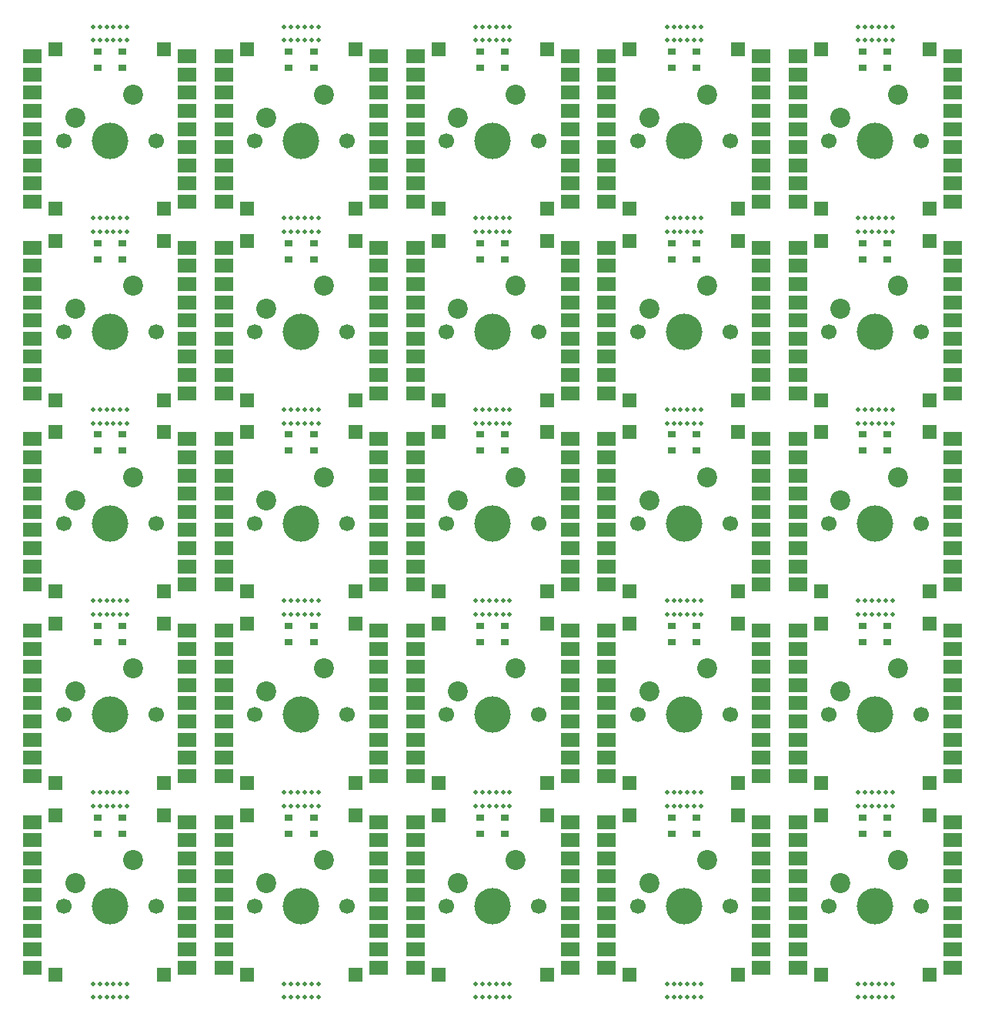
<source format=gts>
%TF.GenerationSoftware,KiCad,Pcbnew,(5.1.9)-1*%
%TF.CreationDate,2021-09-16T12:17:46+02:00*%
%TF.ProjectId,kb_panel,6b625f70-616e-4656-9c2e-6b696361645f,rev?*%
%TF.SameCoordinates,Original*%
%TF.FileFunction,Soldermask,Top*%
%TF.FilePolarity,Negative*%
%FSLAX46Y46*%
G04 Gerber Fmt 4.6, Leading zero omitted, Abs format (unit mm)*
G04 Created by KiCad (PCBNEW (5.1.9)-1) date 2021-09-16 12:17:46*
%MOMM*%
%LPD*%
G01*
G04 APERTURE LIST*
%ADD10R,1.500000X1.500000*%
%ADD11R,0.950000X0.800000*%
%ADD12R,2.000000X1.500000*%
%ADD13C,2.200000*%
%ADD14C,4.000000*%
%ADD15C,1.700000*%
%ADD16C,0.500000*%
G04 APERTURE END LIST*
D10*
%TO.C,J8*%
X133082547Y-125145052D03*
%TD*%
%TO.C,J8*%
X112032547Y-125145052D03*
%TD*%
%TO.C,J8*%
X90982547Y-125145052D03*
%TD*%
%TO.C,J8*%
X69932547Y-125145052D03*
%TD*%
%TO.C,J8*%
X48882547Y-125145052D03*
%TD*%
%TO.C,J8*%
X133082547Y-104095052D03*
%TD*%
%TO.C,J8*%
X112032547Y-104095052D03*
%TD*%
%TO.C,J8*%
X90982547Y-104095052D03*
%TD*%
%TO.C,J8*%
X69932547Y-104095052D03*
%TD*%
%TO.C,J8*%
X48882547Y-104095052D03*
%TD*%
%TO.C,J8*%
X133082547Y-83045052D03*
%TD*%
%TO.C,J8*%
X112032547Y-83045052D03*
%TD*%
%TO.C,J8*%
X90982547Y-83045052D03*
%TD*%
%TO.C,J8*%
X69932547Y-83045052D03*
%TD*%
%TO.C,J8*%
X48882547Y-83045052D03*
%TD*%
%TO.C,J8*%
X133082547Y-61995052D03*
%TD*%
%TO.C,J8*%
X112032547Y-61995052D03*
%TD*%
%TO.C,J8*%
X90982547Y-61995052D03*
%TD*%
%TO.C,J8*%
X69932547Y-61995052D03*
%TD*%
%TO.C,J8*%
X48882547Y-61995052D03*
%TD*%
%TO.C,J8*%
X133082547Y-40945052D03*
%TD*%
%TO.C,J8*%
X112032547Y-40945052D03*
%TD*%
%TO.C,J8*%
X90982547Y-40945052D03*
%TD*%
%TO.C,J8*%
X69932547Y-40945052D03*
%TD*%
D11*
%TO.C,LED1*%
X140416547Y-125398052D03*
X137686547Y-125398052D03*
X140416547Y-127178052D03*
X137686547Y-127178052D03*
%TD*%
%TO.C,LED1*%
X119366547Y-125398052D03*
X116636547Y-125398052D03*
X119366547Y-127178052D03*
X116636547Y-127178052D03*
%TD*%
%TO.C,LED1*%
X98316547Y-125398052D03*
X95586547Y-125398052D03*
X98316547Y-127178052D03*
X95586547Y-127178052D03*
%TD*%
%TO.C,LED1*%
X77266547Y-125398052D03*
X74536547Y-125398052D03*
X77266547Y-127178052D03*
X74536547Y-127178052D03*
%TD*%
%TO.C,LED1*%
X56216547Y-125398052D03*
X53486547Y-125398052D03*
X56216547Y-127178052D03*
X53486547Y-127178052D03*
%TD*%
%TO.C,LED1*%
X140416547Y-104348052D03*
X137686547Y-104348052D03*
X140416547Y-106128052D03*
X137686547Y-106128052D03*
%TD*%
%TO.C,LED1*%
X119366547Y-104348052D03*
X116636547Y-104348052D03*
X119366547Y-106128052D03*
X116636547Y-106128052D03*
%TD*%
%TO.C,LED1*%
X98316547Y-104348052D03*
X95586547Y-104348052D03*
X98316547Y-106128052D03*
X95586547Y-106128052D03*
%TD*%
%TO.C,LED1*%
X77266547Y-104348052D03*
X74536547Y-104348052D03*
X77266547Y-106128052D03*
X74536547Y-106128052D03*
%TD*%
%TO.C,LED1*%
X56216547Y-104348052D03*
X53486547Y-104348052D03*
X56216547Y-106128052D03*
X53486547Y-106128052D03*
%TD*%
%TO.C,LED1*%
X140416547Y-83298052D03*
X137686547Y-83298052D03*
X140416547Y-85078052D03*
X137686547Y-85078052D03*
%TD*%
%TO.C,LED1*%
X119366547Y-83298052D03*
X116636547Y-83298052D03*
X119366547Y-85078052D03*
X116636547Y-85078052D03*
%TD*%
%TO.C,LED1*%
X98316547Y-83298052D03*
X95586547Y-83298052D03*
X98316547Y-85078052D03*
X95586547Y-85078052D03*
%TD*%
%TO.C,LED1*%
X77266547Y-83298052D03*
X74536547Y-83298052D03*
X77266547Y-85078052D03*
X74536547Y-85078052D03*
%TD*%
%TO.C,LED1*%
X56216547Y-83298052D03*
X53486547Y-83298052D03*
X56216547Y-85078052D03*
X53486547Y-85078052D03*
%TD*%
%TO.C,LED1*%
X140416547Y-62248052D03*
X137686547Y-62248052D03*
X140416547Y-64028052D03*
X137686547Y-64028052D03*
%TD*%
%TO.C,LED1*%
X119366547Y-62248052D03*
X116636547Y-62248052D03*
X119366547Y-64028052D03*
X116636547Y-64028052D03*
%TD*%
%TO.C,LED1*%
X98316547Y-62248052D03*
X95586547Y-62248052D03*
X98316547Y-64028052D03*
X95586547Y-64028052D03*
%TD*%
%TO.C,LED1*%
X77266547Y-62248052D03*
X74536547Y-62248052D03*
X77266547Y-64028052D03*
X74536547Y-64028052D03*
%TD*%
%TO.C,LED1*%
X56216547Y-62248052D03*
X53486547Y-62248052D03*
X56216547Y-64028052D03*
X53486547Y-64028052D03*
%TD*%
%TO.C,LED1*%
X140416547Y-41198052D03*
X137686547Y-41198052D03*
X140416547Y-42978052D03*
X137686547Y-42978052D03*
%TD*%
%TO.C,LED1*%
X119366547Y-41198052D03*
X116636547Y-41198052D03*
X119366547Y-42978052D03*
X116636547Y-42978052D03*
%TD*%
%TO.C,LED1*%
X98316547Y-41198052D03*
X95586547Y-41198052D03*
X98316547Y-42978052D03*
X95586547Y-42978052D03*
%TD*%
%TO.C,LED1*%
X77266547Y-41198052D03*
X74536547Y-41198052D03*
X77266547Y-42978052D03*
X74536547Y-42978052D03*
%TD*%
D10*
%TO.C,J7*%
X133082547Y-142671052D03*
%TD*%
%TO.C,J7*%
X112032547Y-142671052D03*
%TD*%
%TO.C,J7*%
X90982547Y-142671052D03*
%TD*%
%TO.C,J7*%
X69932547Y-142671052D03*
%TD*%
%TO.C,J7*%
X48882547Y-142671052D03*
%TD*%
%TO.C,J7*%
X133082547Y-121621052D03*
%TD*%
%TO.C,J7*%
X112032547Y-121621052D03*
%TD*%
%TO.C,J7*%
X90982547Y-121621052D03*
%TD*%
%TO.C,J7*%
X69932547Y-121621052D03*
%TD*%
%TO.C,J7*%
X48882547Y-121621052D03*
%TD*%
%TO.C,J7*%
X133082547Y-100571052D03*
%TD*%
%TO.C,J7*%
X112032547Y-100571052D03*
%TD*%
%TO.C,J7*%
X90982547Y-100571052D03*
%TD*%
%TO.C,J7*%
X69932547Y-100571052D03*
%TD*%
%TO.C,J7*%
X48882547Y-100571052D03*
%TD*%
%TO.C,J7*%
X133082547Y-79521052D03*
%TD*%
%TO.C,J7*%
X112032547Y-79521052D03*
%TD*%
%TO.C,J7*%
X90982547Y-79521052D03*
%TD*%
%TO.C,J7*%
X69932547Y-79521052D03*
%TD*%
%TO.C,J7*%
X48882547Y-79521052D03*
%TD*%
%TO.C,J7*%
X133082547Y-58471052D03*
%TD*%
%TO.C,J7*%
X112032547Y-58471052D03*
%TD*%
%TO.C,J7*%
X90982547Y-58471052D03*
%TD*%
%TO.C,J7*%
X69932547Y-58471052D03*
%TD*%
D12*
%TO.C,J4*%
X147560547Y-141908052D03*
X147560547Y-139908052D03*
X147560547Y-137908052D03*
X147560547Y-125908052D03*
X147560547Y-135908052D03*
X147560547Y-127908052D03*
X147560547Y-129908052D03*
X147560547Y-131908052D03*
X147560547Y-133908052D03*
%TD*%
%TO.C,J4*%
X126510547Y-141908052D03*
X126510547Y-139908052D03*
X126510547Y-137908052D03*
X126510547Y-125908052D03*
X126510547Y-135908052D03*
X126510547Y-127908052D03*
X126510547Y-129908052D03*
X126510547Y-131908052D03*
X126510547Y-133908052D03*
%TD*%
%TO.C,J4*%
X105460547Y-141908052D03*
X105460547Y-139908052D03*
X105460547Y-137908052D03*
X105460547Y-125908052D03*
X105460547Y-135908052D03*
X105460547Y-127908052D03*
X105460547Y-129908052D03*
X105460547Y-131908052D03*
X105460547Y-133908052D03*
%TD*%
%TO.C,J4*%
X84410547Y-141908052D03*
X84410547Y-139908052D03*
X84410547Y-137908052D03*
X84410547Y-125908052D03*
X84410547Y-135908052D03*
X84410547Y-127908052D03*
X84410547Y-129908052D03*
X84410547Y-131908052D03*
X84410547Y-133908052D03*
%TD*%
%TO.C,J4*%
X63360547Y-141908052D03*
X63360547Y-139908052D03*
X63360547Y-137908052D03*
X63360547Y-125908052D03*
X63360547Y-135908052D03*
X63360547Y-127908052D03*
X63360547Y-129908052D03*
X63360547Y-131908052D03*
X63360547Y-133908052D03*
%TD*%
%TO.C,J4*%
X147560547Y-120858052D03*
X147560547Y-118858052D03*
X147560547Y-116858052D03*
X147560547Y-104858052D03*
X147560547Y-114858052D03*
X147560547Y-106858052D03*
X147560547Y-108858052D03*
X147560547Y-110858052D03*
X147560547Y-112858052D03*
%TD*%
%TO.C,J4*%
X126510547Y-120858052D03*
X126510547Y-118858052D03*
X126510547Y-116858052D03*
X126510547Y-104858052D03*
X126510547Y-114858052D03*
X126510547Y-106858052D03*
X126510547Y-108858052D03*
X126510547Y-110858052D03*
X126510547Y-112858052D03*
%TD*%
%TO.C,J4*%
X105460547Y-120858052D03*
X105460547Y-118858052D03*
X105460547Y-116858052D03*
X105460547Y-104858052D03*
X105460547Y-114858052D03*
X105460547Y-106858052D03*
X105460547Y-108858052D03*
X105460547Y-110858052D03*
X105460547Y-112858052D03*
%TD*%
%TO.C,J4*%
X84410547Y-120858052D03*
X84410547Y-118858052D03*
X84410547Y-116858052D03*
X84410547Y-104858052D03*
X84410547Y-114858052D03*
X84410547Y-106858052D03*
X84410547Y-108858052D03*
X84410547Y-110858052D03*
X84410547Y-112858052D03*
%TD*%
%TO.C,J4*%
X63360547Y-120858052D03*
X63360547Y-118858052D03*
X63360547Y-116858052D03*
X63360547Y-104858052D03*
X63360547Y-114858052D03*
X63360547Y-106858052D03*
X63360547Y-108858052D03*
X63360547Y-110858052D03*
X63360547Y-112858052D03*
%TD*%
%TO.C,J4*%
X147560547Y-99808052D03*
X147560547Y-97808052D03*
X147560547Y-95808052D03*
X147560547Y-83808052D03*
X147560547Y-93808052D03*
X147560547Y-85808052D03*
X147560547Y-87808052D03*
X147560547Y-89808052D03*
X147560547Y-91808052D03*
%TD*%
%TO.C,J4*%
X126510547Y-99808052D03*
X126510547Y-97808052D03*
X126510547Y-95808052D03*
X126510547Y-83808052D03*
X126510547Y-93808052D03*
X126510547Y-85808052D03*
X126510547Y-87808052D03*
X126510547Y-89808052D03*
X126510547Y-91808052D03*
%TD*%
%TO.C,J4*%
X105460547Y-99808052D03*
X105460547Y-97808052D03*
X105460547Y-95808052D03*
X105460547Y-83808052D03*
X105460547Y-93808052D03*
X105460547Y-85808052D03*
X105460547Y-87808052D03*
X105460547Y-89808052D03*
X105460547Y-91808052D03*
%TD*%
%TO.C,J4*%
X84410547Y-99808052D03*
X84410547Y-97808052D03*
X84410547Y-95808052D03*
X84410547Y-83808052D03*
X84410547Y-93808052D03*
X84410547Y-85808052D03*
X84410547Y-87808052D03*
X84410547Y-89808052D03*
X84410547Y-91808052D03*
%TD*%
%TO.C,J4*%
X63360547Y-99808052D03*
X63360547Y-97808052D03*
X63360547Y-95808052D03*
X63360547Y-83808052D03*
X63360547Y-93808052D03*
X63360547Y-85808052D03*
X63360547Y-87808052D03*
X63360547Y-89808052D03*
X63360547Y-91808052D03*
%TD*%
%TO.C,J4*%
X147560547Y-78758052D03*
X147560547Y-76758052D03*
X147560547Y-74758052D03*
X147560547Y-62758052D03*
X147560547Y-72758052D03*
X147560547Y-64758052D03*
X147560547Y-66758052D03*
X147560547Y-68758052D03*
X147560547Y-70758052D03*
%TD*%
%TO.C,J4*%
X126510547Y-78758052D03*
X126510547Y-76758052D03*
X126510547Y-74758052D03*
X126510547Y-62758052D03*
X126510547Y-72758052D03*
X126510547Y-64758052D03*
X126510547Y-66758052D03*
X126510547Y-68758052D03*
X126510547Y-70758052D03*
%TD*%
%TO.C,J4*%
X105460547Y-78758052D03*
X105460547Y-76758052D03*
X105460547Y-74758052D03*
X105460547Y-62758052D03*
X105460547Y-72758052D03*
X105460547Y-64758052D03*
X105460547Y-66758052D03*
X105460547Y-68758052D03*
X105460547Y-70758052D03*
%TD*%
%TO.C,J4*%
X84410547Y-78758052D03*
X84410547Y-76758052D03*
X84410547Y-74758052D03*
X84410547Y-62758052D03*
X84410547Y-72758052D03*
X84410547Y-64758052D03*
X84410547Y-66758052D03*
X84410547Y-68758052D03*
X84410547Y-70758052D03*
%TD*%
%TO.C,J4*%
X63360547Y-78758052D03*
X63360547Y-76758052D03*
X63360547Y-74758052D03*
X63360547Y-62758052D03*
X63360547Y-72758052D03*
X63360547Y-64758052D03*
X63360547Y-66758052D03*
X63360547Y-68758052D03*
X63360547Y-70758052D03*
%TD*%
%TO.C,J4*%
X147560547Y-57708052D03*
X147560547Y-55708052D03*
X147560547Y-53708052D03*
X147560547Y-41708052D03*
X147560547Y-51708052D03*
X147560547Y-43708052D03*
X147560547Y-45708052D03*
X147560547Y-47708052D03*
X147560547Y-49708052D03*
%TD*%
%TO.C,J4*%
X126510547Y-57708052D03*
X126510547Y-55708052D03*
X126510547Y-53708052D03*
X126510547Y-41708052D03*
X126510547Y-51708052D03*
X126510547Y-43708052D03*
X126510547Y-45708052D03*
X126510547Y-47708052D03*
X126510547Y-49708052D03*
%TD*%
%TO.C,J4*%
X105460547Y-57708052D03*
X105460547Y-55708052D03*
X105460547Y-53708052D03*
X105460547Y-41708052D03*
X105460547Y-51708052D03*
X105460547Y-43708052D03*
X105460547Y-45708052D03*
X105460547Y-47708052D03*
X105460547Y-49708052D03*
%TD*%
%TO.C,J4*%
X84410547Y-57708052D03*
X84410547Y-55708052D03*
X84410547Y-53708052D03*
X84410547Y-41708052D03*
X84410547Y-51708052D03*
X84410547Y-43708052D03*
X84410547Y-45708052D03*
X84410547Y-47708052D03*
X84410547Y-49708052D03*
%TD*%
D13*
%TO.C,SW1*%
X141591547Y-130098052D03*
X135241547Y-132638052D03*
D14*
X139051547Y-135178052D03*
D15*
X133971547Y-135178052D03*
X144131547Y-135178052D03*
%TD*%
D13*
%TO.C,SW1*%
X120541547Y-130098052D03*
X114191547Y-132638052D03*
D14*
X118001547Y-135178052D03*
D15*
X112921547Y-135178052D03*
X123081547Y-135178052D03*
%TD*%
D13*
%TO.C,SW1*%
X99491547Y-130098052D03*
X93141547Y-132638052D03*
D14*
X96951547Y-135178052D03*
D15*
X91871547Y-135178052D03*
X102031547Y-135178052D03*
%TD*%
D13*
%TO.C,SW1*%
X78441547Y-130098052D03*
X72091547Y-132638052D03*
D14*
X75901547Y-135178052D03*
D15*
X70821547Y-135178052D03*
X80981547Y-135178052D03*
%TD*%
D13*
%TO.C,SW1*%
X57391547Y-130098052D03*
X51041547Y-132638052D03*
D14*
X54851547Y-135178052D03*
D15*
X49771547Y-135178052D03*
X59931547Y-135178052D03*
%TD*%
D13*
%TO.C,SW1*%
X141591547Y-109048052D03*
X135241547Y-111588052D03*
D14*
X139051547Y-114128052D03*
D15*
X133971547Y-114128052D03*
X144131547Y-114128052D03*
%TD*%
D13*
%TO.C,SW1*%
X120541547Y-109048052D03*
X114191547Y-111588052D03*
D14*
X118001547Y-114128052D03*
D15*
X112921547Y-114128052D03*
X123081547Y-114128052D03*
%TD*%
D13*
%TO.C,SW1*%
X99491547Y-109048052D03*
X93141547Y-111588052D03*
D14*
X96951547Y-114128052D03*
D15*
X91871547Y-114128052D03*
X102031547Y-114128052D03*
%TD*%
D13*
%TO.C,SW1*%
X78441547Y-109048052D03*
X72091547Y-111588052D03*
D14*
X75901547Y-114128052D03*
D15*
X70821547Y-114128052D03*
X80981547Y-114128052D03*
%TD*%
D13*
%TO.C,SW1*%
X57391547Y-109048052D03*
X51041547Y-111588052D03*
D14*
X54851547Y-114128052D03*
D15*
X49771547Y-114128052D03*
X59931547Y-114128052D03*
%TD*%
D13*
%TO.C,SW1*%
X141591547Y-87998052D03*
X135241547Y-90538052D03*
D14*
X139051547Y-93078052D03*
D15*
X133971547Y-93078052D03*
X144131547Y-93078052D03*
%TD*%
D13*
%TO.C,SW1*%
X120541547Y-87998052D03*
X114191547Y-90538052D03*
D14*
X118001547Y-93078052D03*
D15*
X112921547Y-93078052D03*
X123081547Y-93078052D03*
%TD*%
D13*
%TO.C,SW1*%
X99491547Y-87998052D03*
X93141547Y-90538052D03*
D14*
X96951547Y-93078052D03*
D15*
X91871547Y-93078052D03*
X102031547Y-93078052D03*
%TD*%
D13*
%TO.C,SW1*%
X78441547Y-87998052D03*
X72091547Y-90538052D03*
D14*
X75901547Y-93078052D03*
D15*
X70821547Y-93078052D03*
X80981547Y-93078052D03*
%TD*%
D13*
%TO.C,SW1*%
X57391547Y-87998052D03*
X51041547Y-90538052D03*
D14*
X54851547Y-93078052D03*
D15*
X49771547Y-93078052D03*
X59931547Y-93078052D03*
%TD*%
D13*
%TO.C,SW1*%
X141591547Y-66948052D03*
X135241547Y-69488052D03*
D14*
X139051547Y-72028052D03*
D15*
X133971547Y-72028052D03*
X144131547Y-72028052D03*
%TD*%
D13*
%TO.C,SW1*%
X120541547Y-66948052D03*
X114191547Y-69488052D03*
D14*
X118001547Y-72028052D03*
D15*
X112921547Y-72028052D03*
X123081547Y-72028052D03*
%TD*%
D13*
%TO.C,SW1*%
X99491547Y-66948052D03*
X93141547Y-69488052D03*
D14*
X96951547Y-72028052D03*
D15*
X91871547Y-72028052D03*
X102031547Y-72028052D03*
%TD*%
D13*
%TO.C,SW1*%
X78441547Y-66948052D03*
X72091547Y-69488052D03*
D14*
X75901547Y-72028052D03*
D15*
X70821547Y-72028052D03*
X80981547Y-72028052D03*
%TD*%
D13*
%TO.C,SW1*%
X57391547Y-66948052D03*
X51041547Y-69488052D03*
D14*
X54851547Y-72028052D03*
D15*
X49771547Y-72028052D03*
X59931547Y-72028052D03*
%TD*%
D13*
%TO.C,SW1*%
X141591547Y-45898052D03*
X135241547Y-48438052D03*
D14*
X139051547Y-50978052D03*
D15*
X133971547Y-50978052D03*
X144131547Y-50978052D03*
%TD*%
D13*
%TO.C,SW1*%
X120541547Y-45898052D03*
X114191547Y-48438052D03*
D14*
X118001547Y-50978052D03*
D15*
X112921547Y-50978052D03*
X123081547Y-50978052D03*
%TD*%
D13*
%TO.C,SW1*%
X99491547Y-45898052D03*
X93141547Y-48438052D03*
D14*
X96951547Y-50978052D03*
D15*
X91871547Y-50978052D03*
X102031547Y-50978052D03*
%TD*%
D13*
%TO.C,SW1*%
X78441547Y-45898052D03*
X72091547Y-48438052D03*
D14*
X75901547Y-50978052D03*
D15*
X70821547Y-50978052D03*
X80981547Y-50978052D03*
%TD*%
D10*
%TO.C,J2*%
X145020547Y-125145052D03*
%TD*%
%TO.C,J2*%
X123970547Y-125145052D03*
%TD*%
%TO.C,J2*%
X102920547Y-125145052D03*
%TD*%
%TO.C,J2*%
X81870547Y-125145052D03*
%TD*%
%TO.C,J2*%
X60820547Y-125145052D03*
%TD*%
%TO.C,J2*%
X145020547Y-104095052D03*
%TD*%
%TO.C,J2*%
X123970547Y-104095052D03*
%TD*%
%TO.C,J2*%
X102920547Y-104095052D03*
%TD*%
%TO.C,J2*%
X81870547Y-104095052D03*
%TD*%
%TO.C,J2*%
X60820547Y-104095052D03*
%TD*%
%TO.C,J2*%
X145020547Y-83045052D03*
%TD*%
%TO.C,J2*%
X123970547Y-83045052D03*
%TD*%
%TO.C,J2*%
X102920547Y-83045052D03*
%TD*%
%TO.C,J2*%
X81870547Y-83045052D03*
%TD*%
%TO.C,J2*%
X60820547Y-83045052D03*
%TD*%
%TO.C,J2*%
X145020547Y-61995052D03*
%TD*%
%TO.C,J2*%
X123970547Y-61995052D03*
%TD*%
%TO.C,J2*%
X102920547Y-61995052D03*
%TD*%
%TO.C,J2*%
X81870547Y-61995052D03*
%TD*%
%TO.C,J2*%
X60820547Y-61995052D03*
%TD*%
%TO.C,J2*%
X145020547Y-40945052D03*
%TD*%
%TO.C,J2*%
X123970547Y-40945052D03*
%TD*%
%TO.C,J2*%
X102920547Y-40945052D03*
%TD*%
%TO.C,J2*%
X81870547Y-40945052D03*
%TD*%
%TO.C,J9*%
X145020547Y-142671052D03*
%TD*%
%TO.C,J9*%
X123970547Y-142671052D03*
%TD*%
%TO.C,J9*%
X102920547Y-142671052D03*
%TD*%
%TO.C,J9*%
X81870547Y-142671052D03*
%TD*%
%TO.C,J9*%
X60820547Y-142671052D03*
%TD*%
%TO.C,J9*%
X145020547Y-121621052D03*
%TD*%
%TO.C,J9*%
X123970547Y-121621052D03*
%TD*%
%TO.C,J9*%
X102920547Y-121621052D03*
%TD*%
%TO.C,J9*%
X81870547Y-121621052D03*
%TD*%
%TO.C,J9*%
X60820547Y-121621052D03*
%TD*%
%TO.C,J9*%
X145020547Y-100571052D03*
%TD*%
%TO.C,J9*%
X123970547Y-100571052D03*
%TD*%
%TO.C,J9*%
X102920547Y-100571052D03*
%TD*%
%TO.C,J9*%
X81870547Y-100571052D03*
%TD*%
%TO.C,J9*%
X60820547Y-100571052D03*
%TD*%
%TO.C,J9*%
X145020547Y-79521052D03*
%TD*%
%TO.C,J9*%
X123970547Y-79521052D03*
%TD*%
%TO.C,J9*%
X102920547Y-79521052D03*
%TD*%
%TO.C,J9*%
X81870547Y-79521052D03*
%TD*%
%TO.C,J9*%
X60820547Y-79521052D03*
%TD*%
%TO.C,J9*%
X145020547Y-58471052D03*
%TD*%
%TO.C,J9*%
X123970547Y-58471052D03*
%TD*%
%TO.C,J9*%
X102920547Y-58471052D03*
%TD*%
%TO.C,J9*%
X81870547Y-58471052D03*
%TD*%
D12*
%TO.C,J3*%
X130542547Y-141908052D03*
X130542547Y-139908052D03*
X130542547Y-137908052D03*
X130542547Y-125908052D03*
X130542547Y-135908052D03*
X130542547Y-127908052D03*
X130542547Y-129908052D03*
X130542547Y-131908052D03*
X130542547Y-133908052D03*
%TD*%
%TO.C,J3*%
X109492547Y-141908052D03*
X109492547Y-139908052D03*
X109492547Y-137908052D03*
X109492547Y-125908052D03*
X109492547Y-135908052D03*
X109492547Y-127908052D03*
X109492547Y-129908052D03*
X109492547Y-131908052D03*
X109492547Y-133908052D03*
%TD*%
%TO.C,J3*%
X88442547Y-141908052D03*
X88442547Y-139908052D03*
X88442547Y-137908052D03*
X88442547Y-125908052D03*
X88442547Y-135908052D03*
X88442547Y-127908052D03*
X88442547Y-129908052D03*
X88442547Y-131908052D03*
X88442547Y-133908052D03*
%TD*%
%TO.C,J3*%
X67392547Y-141908052D03*
X67392547Y-139908052D03*
X67392547Y-137908052D03*
X67392547Y-125908052D03*
X67392547Y-135908052D03*
X67392547Y-127908052D03*
X67392547Y-129908052D03*
X67392547Y-131908052D03*
X67392547Y-133908052D03*
%TD*%
%TO.C,J3*%
X46342547Y-141908052D03*
X46342547Y-139908052D03*
X46342547Y-137908052D03*
X46342547Y-125908052D03*
X46342547Y-135908052D03*
X46342547Y-127908052D03*
X46342547Y-129908052D03*
X46342547Y-131908052D03*
X46342547Y-133908052D03*
%TD*%
%TO.C,J3*%
X130542547Y-120858052D03*
X130542547Y-118858052D03*
X130542547Y-116858052D03*
X130542547Y-104858052D03*
X130542547Y-114858052D03*
X130542547Y-106858052D03*
X130542547Y-108858052D03*
X130542547Y-110858052D03*
X130542547Y-112858052D03*
%TD*%
%TO.C,J3*%
X109492547Y-120858052D03*
X109492547Y-118858052D03*
X109492547Y-116858052D03*
X109492547Y-104858052D03*
X109492547Y-114858052D03*
X109492547Y-106858052D03*
X109492547Y-108858052D03*
X109492547Y-110858052D03*
X109492547Y-112858052D03*
%TD*%
%TO.C,J3*%
X88442547Y-120858052D03*
X88442547Y-118858052D03*
X88442547Y-116858052D03*
X88442547Y-104858052D03*
X88442547Y-114858052D03*
X88442547Y-106858052D03*
X88442547Y-108858052D03*
X88442547Y-110858052D03*
X88442547Y-112858052D03*
%TD*%
%TO.C,J3*%
X67392547Y-120858052D03*
X67392547Y-118858052D03*
X67392547Y-116858052D03*
X67392547Y-104858052D03*
X67392547Y-114858052D03*
X67392547Y-106858052D03*
X67392547Y-108858052D03*
X67392547Y-110858052D03*
X67392547Y-112858052D03*
%TD*%
%TO.C,J3*%
X46342547Y-120858052D03*
X46342547Y-118858052D03*
X46342547Y-116858052D03*
X46342547Y-104858052D03*
X46342547Y-114858052D03*
X46342547Y-106858052D03*
X46342547Y-108858052D03*
X46342547Y-110858052D03*
X46342547Y-112858052D03*
%TD*%
%TO.C,J3*%
X130542547Y-99808052D03*
X130542547Y-97808052D03*
X130542547Y-95808052D03*
X130542547Y-83808052D03*
X130542547Y-93808052D03*
X130542547Y-85808052D03*
X130542547Y-87808052D03*
X130542547Y-89808052D03*
X130542547Y-91808052D03*
%TD*%
%TO.C,J3*%
X109492547Y-99808052D03*
X109492547Y-97808052D03*
X109492547Y-95808052D03*
X109492547Y-83808052D03*
X109492547Y-93808052D03*
X109492547Y-85808052D03*
X109492547Y-87808052D03*
X109492547Y-89808052D03*
X109492547Y-91808052D03*
%TD*%
%TO.C,J3*%
X88442547Y-99808052D03*
X88442547Y-97808052D03*
X88442547Y-95808052D03*
X88442547Y-83808052D03*
X88442547Y-93808052D03*
X88442547Y-85808052D03*
X88442547Y-87808052D03*
X88442547Y-89808052D03*
X88442547Y-91808052D03*
%TD*%
%TO.C,J3*%
X67392547Y-99808052D03*
X67392547Y-97808052D03*
X67392547Y-95808052D03*
X67392547Y-83808052D03*
X67392547Y-93808052D03*
X67392547Y-85808052D03*
X67392547Y-87808052D03*
X67392547Y-89808052D03*
X67392547Y-91808052D03*
%TD*%
%TO.C,J3*%
X46342547Y-99808052D03*
X46342547Y-97808052D03*
X46342547Y-95808052D03*
X46342547Y-83808052D03*
X46342547Y-93808052D03*
X46342547Y-85808052D03*
X46342547Y-87808052D03*
X46342547Y-89808052D03*
X46342547Y-91808052D03*
%TD*%
%TO.C,J3*%
X130542547Y-78758052D03*
X130542547Y-76758052D03*
X130542547Y-74758052D03*
X130542547Y-62758052D03*
X130542547Y-72758052D03*
X130542547Y-64758052D03*
X130542547Y-66758052D03*
X130542547Y-68758052D03*
X130542547Y-70758052D03*
%TD*%
%TO.C,J3*%
X109492547Y-78758052D03*
X109492547Y-76758052D03*
X109492547Y-74758052D03*
X109492547Y-62758052D03*
X109492547Y-72758052D03*
X109492547Y-64758052D03*
X109492547Y-66758052D03*
X109492547Y-68758052D03*
X109492547Y-70758052D03*
%TD*%
%TO.C,J3*%
X88442547Y-78758052D03*
X88442547Y-76758052D03*
X88442547Y-74758052D03*
X88442547Y-62758052D03*
X88442547Y-72758052D03*
X88442547Y-64758052D03*
X88442547Y-66758052D03*
X88442547Y-68758052D03*
X88442547Y-70758052D03*
%TD*%
%TO.C,J3*%
X67392547Y-78758052D03*
X67392547Y-76758052D03*
X67392547Y-74758052D03*
X67392547Y-62758052D03*
X67392547Y-72758052D03*
X67392547Y-64758052D03*
X67392547Y-66758052D03*
X67392547Y-68758052D03*
X67392547Y-70758052D03*
%TD*%
%TO.C,J3*%
X46342547Y-78758052D03*
X46342547Y-76758052D03*
X46342547Y-74758052D03*
X46342547Y-62758052D03*
X46342547Y-72758052D03*
X46342547Y-64758052D03*
X46342547Y-66758052D03*
X46342547Y-68758052D03*
X46342547Y-70758052D03*
%TD*%
%TO.C,J3*%
X130542547Y-57708052D03*
X130542547Y-55708052D03*
X130542547Y-53708052D03*
X130542547Y-41708052D03*
X130542547Y-51708052D03*
X130542547Y-43708052D03*
X130542547Y-45708052D03*
X130542547Y-47708052D03*
X130542547Y-49708052D03*
%TD*%
%TO.C,J3*%
X109492547Y-57708052D03*
X109492547Y-55708052D03*
X109492547Y-53708052D03*
X109492547Y-41708052D03*
X109492547Y-51708052D03*
X109492547Y-43708052D03*
X109492547Y-45708052D03*
X109492547Y-47708052D03*
X109492547Y-49708052D03*
%TD*%
%TO.C,J3*%
X88442547Y-57708052D03*
X88442547Y-55708052D03*
X88442547Y-53708052D03*
X88442547Y-41708052D03*
X88442547Y-51708052D03*
X88442547Y-43708052D03*
X88442547Y-45708052D03*
X88442547Y-47708052D03*
X88442547Y-49708052D03*
%TD*%
%TO.C,J3*%
X67392547Y-57708052D03*
X67392547Y-55708052D03*
X67392547Y-53708052D03*
X67392547Y-41708052D03*
X67392547Y-51708052D03*
X67392547Y-43708052D03*
X67392547Y-45708052D03*
X67392547Y-47708052D03*
X67392547Y-49708052D03*
%TD*%
%TO.C,J4*%
X63360547Y-49708052D03*
X63360547Y-47708052D03*
X63360547Y-45708052D03*
X63360547Y-43708052D03*
X63360547Y-51708052D03*
X63360547Y-41708052D03*
X63360547Y-53708052D03*
X63360547Y-55708052D03*
X63360547Y-57708052D03*
%TD*%
D10*
%TO.C,J8*%
X48882547Y-40945052D03*
%TD*%
%TO.C,J2*%
X60820547Y-40945052D03*
%TD*%
%TO.C,J7*%
X48882547Y-58471052D03*
%TD*%
D12*
%TO.C,J3*%
X46342547Y-49708052D03*
X46342547Y-47708052D03*
X46342547Y-45708052D03*
X46342547Y-43708052D03*
X46342547Y-51708052D03*
X46342547Y-41708052D03*
X46342547Y-53708052D03*
X46342547Y-55708052D03*
X46342547Y-57708052D03*
%TD*%
D15*
%TO.C,SW1*%
X59931547Y-50978052D03*
X49771547Y-50978052D03*
D14*
X54851547Y-50978052D03*
D13*
X51041547Y-48438052D03*
X57391547Y-45898052D03*
%TD*%
D11*
%TO.C,LED1*%
X53486547Y-42978052D03*
X56216547Y-42978052D03*
X53486547Y-41198052D03*
X56216547Y-41198052D03*
%TD*%
D10*
%TO.C,J9*%
X60820547Y-58471052D03*
%TD*%
D16*
%TO.C,mouse-bite-2mm-slot*%
X139444300Y-143692200D03*
X140944300Y-145192200D03*
X139444300Y-145192200D03*
X140194300Y-145192200D03*
X140194300Y-143692200D03*
X140944300Y-143692200D03*
X138689800Y-145192200D03*
X137189800Y-145192200D03*
X137189800Y-143692200D03*
X138689800Y-143692200D03*
X137939800Y-145192200D03*
X137939800Y-143692200D03*
%TD*%
%TO.C,mouse-bite-2mm-slot*%
X118394300Y-143692200D03*
X119894300Y-145192200D03*
X118394300Y-145192200D03*
X119144300Y-145192200D03*
X119144300Y-143692200D03*
X119894300Y-143692200D03*
X117639800Y-145192200D03*
X116139800Y-145192200D03*
X116139800Y-143692200D03*
X117639800Y-143692200D03*
X116889800Y-145192200D03*
X116889800Y-143692200D03*
%TD*%
%TO.C,mouse-bite-2mm-slot*%
X97344300Y-143692200D03*
X98844300Y-145192200D03*
X97344300Y-145192200D03*
X98094300Y-145192200D03*
X98094300Y-143692200D03*
X98844300Y-143692200D03*
X96589800Y-145192200D03*
X95089800Y-145192200D03*
X95089800Y-143692200D03*
X96589800Y-143692200D03*
X95839800Y-145192200D03*
X95839800Y-143692200D03*
%TD*%
%TO.C,mouse-bite-2mm-slot*%
X76294300Y-143692200D03*
X77794300Y-145192200D03*
X76294300Y-145192200D03*
X77044300Y-145192200D03*
X77044300Y-143692200D03*
X77794300Y-143692200D03*
X75539800Y-145192200D03*
X74039800Y-145192200D03*
X74039800Y-143692200D03*
X75539800Y-143692200D03*
X74789800Y-145192200D03*
X74789800Y-143692200D03*
%TD*%
%TO.C,mouse-bite-2mm-slot*%
X55244300Y-143692200D03*
X56744300Y-145192200D03*
X55244300Y-145192200D03*
X55994300Y-145192200D03*
X55994300Y-143692200D03*
X56744300Y-143692200D03*
X54489800Y-145192200D03*
X52989800Y-145192200D03*
X52989800Y-143692200D03*
X54489800Y-143692200D03*
X53739800Y-145192200D03*
X53739800Y-143692200D03*
%TD*%
%TO.C,mouse-bite-2mm-slot*%
X139444300Y-122642200D03*
X140944300Y-124142200D03*
X139444300Y-124142200D03*
X140194300Y-124142200D03*
X140194300Y-122642200D03*
X140944300Y-122642200D03*
X138689800Y-124142200D03*
X137189800Y-124142200D03*
X137189800Y-122642200D03*
X138689800Y-122642200D03*
X137939800Y-124142200D03*
X137939800Y-122642200D03*
%TD*%
%TO.C,mouse-bite-2mm-slot*%
X118394300Y-122642200D03*
X119894300Y-124142200D03*
X118394300Y-124142200D03*
X119144300Y-124142200D03*
X119144300Y-122642200D03*
X119894300Y-122642200D03*
X117639800Y-124142200D03*
X116139800Y-124142200D03*
X116139800Y-122642200D03*
X117639800Y-122642200D03*
X116889800Y-124142200D03*
X116889800Y-122642200D03*
%TD*%
%TO.C,mouse-bite-2mm-slot*%
X97344300Y-122642200D03*
X98844300Y-124142200D03*
X97344300Y-124142200D03*
X98094300Y-124142200D03*
X98094300Y-122642200D03*
X98844300Y-122642200D03*
X96589800Y-124142200D03*
X95089800Y-124142200D03*
X95089800Y-122642200D03*
X96589800Y-122642200D03*
X95839800Y-124142200D03*
X95839800Y-122642200D03*
%TD*%
%TO.C,mouse-bite-2mm-slot*%
X76294300Y-122642200D03*
X77794300Y-124142200D03*
X76294300Y-124142200D03*
X77044300Y-124142200D03*
X77044300Y-122642200D03*
X77794300Y-122642200D03*
X75539800Y-124142200D03*
X74039800Y-124142200D03*
X74039800Y-122642200D03*
X75539800Y-122642200D03*
X74789800Y-124142200D03*
X74789800Y-122642200D03*
%TD*%
%TO.C,mouse-bite-2mm-slot*%
X55244300Y-122642200D03*
X56744300Y-124142200D03*
X55244300Y-124142200D03*
X55994300Y-124142200D03*
X55994300Y-122642200D03*
X56744300Y-122642200D03*
X54489800Y-124142200D03*
X52989800Y-124142200D03*
X52989800Y-122642200D03*
X54489800Y-122642200D03*
X53739800Y-124142200D03*
X53739800Y-122642200D03*
%TD*%
%TO.C,mouse-bite-2mm-slot*%
X139444300Y-101592200D03*
X140944300Y-103092200D03*
X139444300Y-103092200D03*
X140194300Y-103092200D03*
X140194300Y-101592200D03*
X140944300Y-101592200D03*
X138689800Y-103092200D03*
X137189800Y-103092200D03*
X137189800Y-101592200D03*
X138689800Y-101592200D03*
X137939800Y-103092200D03*
X137939800Y-101592200D03*
%TD*%
%TO.C,mouse-bite-2mm-slot*%
X118394300Y-101592200D03*
X119894300Y-103092200D03*
X118394300Y-103092200D03*
X119144300Y-103092200D03*
X119144300Y-101592200D03*
X119894300Y-101592200D03*
X117639800Y-103092200D03*
X116139800Y-103092200D03*
X116139800Y-101592200D03*
X117639800Y-101592200D03*
X116889800Y-103092200D03*
X116889800Y-101592200D03*
%TD*%
%TO.C,mouse-bite-2mm-slot*%
X97344300Y-101592200D03*
X98844300Y-103092200D03*
X97344300Y-103092200D03*
X98094300Y-103092200D03*
X98094300Y-101592200D03*
X98844300Y-101592200D03*
X96589800Y-103092200D03*
X95089800Y-103092200D03*
X95089800Y-101592200D03*
X96589800Y-101592200D03*
X95839800Y-103092200D03*
X95839800Y-101592200D03*
%TD*%
%TO.C,mouse-bite-2mm-slot*%
X76294300Y-101592200D03*
X77794300Y-103092200D03*
X76294300Y-103092200D03*
X77044300Y-103092200D03*
X77044300Y-101592200D03*
X77794300Y-101592200D03*
X75539800Y-103092200D03*
X74039800Y-103092200D03*
X74039800Y-101592200D03*
X75539800Y-101592200D03*
X74789800Y-103092200D03*
X74789800Y-101592200D03*
%TD*%
%TO.C,mouse-bite-2mm-slot*%
X55244300Y-101592200D03*
X56744300Y-103092200D03*
X55244300Y-103092200D03*
X55994300Y-103092200D03*
X55994300Y-101592200D03*
X56744300Y-101592200D03*
X54489800Y-103092200D03*
X52989800Y-103092200D03*
X52989800Y-101592200D03*
X54489800Y-101592200D03*
X53739800Y-103092200D03*
X53739800Y-101592200D03*
%TD*%
%TO.C,mouse-bite-2mm-slot*%
X139444300Y-80542200D03*
X140944300Y-82042200D03*
X139444300Y-82042200D03*
X140194300Y-82042200D03*
X140194300Y-80542200D03*
X140944300Y-80542200D03*
X138689800Y-82042200D03*
X137189800Y-82042200D03*
X137189800Y-80542200D03*
X138689800Y-80542200D03*
X137939800Y-82042200D03*
X137939800Y-80542200D03*
%TD*%
%TO.C,mouse-bite-2mm-slot*%
X118394300Y-80542200D03*
X119894300Y-82042200D03*
X118394300Y-82042200D03*
X119144300Y-82042200D03*
X119144300Y-80542200D03*
X119894300Y-80542200D03*
X117639800Y-82042200D03*
X116139800Y-82042200D03*
X116139800Y-80542200D03*
X117639800Y-80542200D03*
X116889800Y-82042200D03*
X116889800Y-80542200D03*
%TD*%
%TO.C,mouse-bite-2mm-slot*%
X97344300Y-80542200D03*
X98844300Y-82042200D03*
X97344300Y-82042200D03*
X98094300Y-82042200D03*
X98094300Y-80542200D03*
X98844300Y-80542200D03*
X96589800Y-82042200D03*
X95089800Y-82042200D03*
X95089800Y-80542200D03*
X96589800Y-80542200D03*
X95839800Y-82042200D03*
X95839800Y-80542200D03*
%TD*%
%TO.C,mouse-bite-2mm-slot*%
X76294300Y-80542200D03*
X77794300Y-82042200D03*
X76294300Y-82042200D03*
X77044300Y-82042200D03*
X77044300Y-80542200D03*
X77794300Y-80542200D03*
X75539800Y-82042200D03*
X74039800Y-82042200D03*
X74039800Y-80542200D03*
X75539800Y-80542200D03*
X74789800Y-82042200D03*
X74789800Y-80542200D03*
%TD*%
%TO.C,mouse-bite-2mm-slot*%
X55244300Y-80542200D03*
X56744300Y-82042200D03*
X55244300Y-82042200D03*
X55994300Y-82042200D03*
X55994300Y-80542200D03*
X56744300Y-80542200D03*
X54489800Y-82042200D03*
X52989800Y-82042200D03*
X52989800Y-80542200D03*
X54489800Y-80542200D03*
X53739800Y-82042200D03*
X53739800Y-80542200D03*
%TD*%
%TO.C,mouse-bite-2mm-slot*%
X139444300Y-59492200D03*
X140944300Y-60992200D03*
X139444300Y-60992200D03*
X140194300Y-60992200D03*
X140194300Y-59492200D03*
X140944300Y-59492200D03*
X138689800Y-60992200D03*
X137189800Y-60992200D03*
X137189800Y-59492200D03*
X138689800Y-59492200D03*
X137939800Y-60992200D03*
X137939800Y-59492200D03*
%TD*%
%TO.C,mouse-bite-2mm-slot*%
X118394300Y-59492200D03*
X119894300Y-60992200D03*
X118394300Y-60992200D03*
X119144300Y-60992200D03*
X119144300Y-59492200D03*
X119894300Y-59492200D03*
X117639800Y-60992200D03*
X116139800Y-60992200D03*
X116139800Y-59492200D03*
X117639800Y-59492200D03*
X116889800Y-60992200D03*
X116889800Y-59492200D03*
%TD*%
%TO.C,mouse-bite-2mm-slot*%
X97344300Y-59492200D03*
X98844300Y-60992200D03*
X97344300Y-60992200D03*
X98094300Y-60992200D03*
X98094300Y-59492200D03*
X98844300Y-59492200D03*
X96589800Y-60992200D03*
X95089800Y-60992200D03*
X95089800Y-59492200D03*
X96589800Y-59492200D03*
X95839800Y-60992200D03*
X95839800Y-59492200D03*
%TD*%
%TO.C,mouse-bite-2mm-slot*%
X76294300Y-59492200D03*
X77794300Y-60992200D03*
X76294300Y-60992200D03*
X77044300Y-60992200D03*
X77044300Y-59492200D03*
X77794300Y-59492200D03*
X75539800Y-60992200D03*
X74039800Y-60992200D03*
X74039800Y-59492200D03*
X75539800Y-59492200D03*
X74789800Y-60992200D03*
X74789800Y-59492200D03*
%TD*%
%TO.C,mouse-bite-2mm-slot*%
X55244300Y-59492200D03*
X56744300Y-60992200D03*
X55244300Y-60992200D03*
X55994300Y-60992200D03*
X55994300Y-59492200D03*
X56744300Y-59492200D03*
X54489800Y-60992200D03*
X52989800Y-60992200D03*
X52989800Y-59492200D03*
X54489800Y-59492200D03*
X53739800Y-60992200D03*
X53739800Y-59492200D03*
%TD*%
%TO.C,mouse-bite-2mm-slot*%
X139444300Y-38442200D03*
X140944300Y-39942200D03*
X139444300Y-39942200D03*
X140194300Y-39942200D03*
X140194300Y-38442200D03*
X140944300Y-38442200D03*
X138689800Y-39942200D03*
X137189800Y-39942200D03*
X137189800Y-38442200D03*
X138689800Y-38442200D03*
X137939800Y-39942200D03*
X137939800Y-38442200D03*
%TD*%
%TO.C,mouse-bite-2mm-slot*%
X118394300Y-38442200D03*
X119894300Y-39942200D03*
X118394300Y-39942200D03*
X119144300Y-39942200D03*
X119144300Y-38442200D03*
X119894300Y-38442200D03*
X117639800Y-39942200D03*
X116139800Y-39942200D03*
X116139800Y-38442200D03*
X117639800Y-38442200D03*
X116889800Y-39942200D03*
X116889800Y-38442200D03*
%TD*%
%TO.C,mouse-bite-2mm-slot*%
X97344300Y-38442200D03*
X98844300Y-39942200D03*
X97344300Y-39942200D03*
X98094300Y-39942200D03*
X98094300Y-38442200D03*
X98844300Y-38442200D03*
X96589800Y-39942200D03*
X95089800Y-39942200D03*
X95089800Y-38442200D03*
X96589800Y-38442200D03*
X95839800Y-39942200D03*
X95839800Y-38442200D03*
%TD*%
%TO.C,mouse-bite-2mm-slot*%
X76294300Y-38442200D03*
X77794300Y-39942200D03*
X76294300Y-39942200D03*
X77044300Y-39942200D03*
X77044300Y-38442200D03*
X77794300Y-38442200D03*
X75539800Y-39942200D03*
X74039800Y-39942200D03*
X74039800Y-38442200D03*
X75539800Y-38442200D03*
X74789800Y-39942200D03*
X74789800Y-38442200D03*
%TD*%
%TO.C,mouse-bite-2mm-slot*%
X53739800Y-38442200D03*
X53739800Y-39942200D03*
X54489800Y-38442200D03*
X52989800Y-38442200D03*
X52989800Y-39942200D03*
X54489800Y-39942200D03*
X56744300Y-38442200D03*
X55994300Y-38442200D03*
X55994300Y-39942200D03*
X55244300Y-39942200D03*
X56744300Y-39942200D03*
X55244300Y-38442200D03*
%TD*%
M02*

</source>
